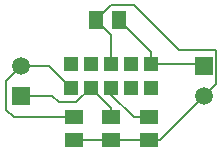
<source format=gtl>
G04 DipTrace 3.2.0.1*
G04 09342-01_gorabn6_0_10.gtl*
%MOIN*%
G04 #@! TF.FileFunction,Copper,L1,Top*
G04 #@! TF.Part,Single*
G04 #@! TA.AperFunction,Conductor*
%ADD13C,0.006*%
G04 #@! TA.AperFunction,ComponentPad*
%ADD15R,0.059055X0.059055*%
%ADD16C,0.059055*%
%ADD17R,0.051181X0.059055*%
%ADD18R,0.059055X0.051181*%
%ADD19R,0.047244X0.047244*%
%FSLAX26Y26*%
G04*
G70*
G90*
G75*
G01*
G04 Top*
%LPD*%
X924709Y846756D2*
D13*
Y884945D1*
X815654Y994000D1*
X924709Y846756D2*
X1093705D1*
X1100201Y840260D1*
X665850Y594000D2*
X790850D1*
X915850D1*
X790850Y846756D2*
Y944000D1*
X740850Y994000D1*
X915850Y594000D2*
X953941D1*
X1100201Y740260D1*
X740850Y994000D2*
X790850Y1044000D1*
X865850D1*
X1015850Y894000D1*
X1140850D1*
Y780909D1*
X1100201Y740260D1*
X490004Y840260D2*
X584748D1*
X656992Y768016D1*
X490004Y840260D2*
X440850Y791106D1*
Y694000D1*
X466047Y668803D1*
X665850D1*
X490004Y740260D2*
X594591D1*
X615850Y719000D1*
X674906D1*
X723921Y768016D1*
X790850Y668803D2*
Y701087D1*
X723921Y768016D1*
X790850D2*
Y744000D1*
X866047Y668803D1*
X915850D1*
D15*
X490004Y740260D3*
D16*
Y840260D3*
D17*
X740850Y994000D3*
X815654D3*
D18*
X915850Y594000D3*
Y668803D3*
X790850Y594000D3*
Y668803D3*
X665850Y594000D3*
Y668803D3*
D19*
X656992Y846756D3*
X723921D3*
X790850D3*
X857780D3*
X924709D3*
X656992Y768016D3*
X723921D3*
X790850D3*
X857780D3*
X924709D3*
D15*
X1100201Y840260D3*
D16*
Y740260D3*
M02*

</source>
